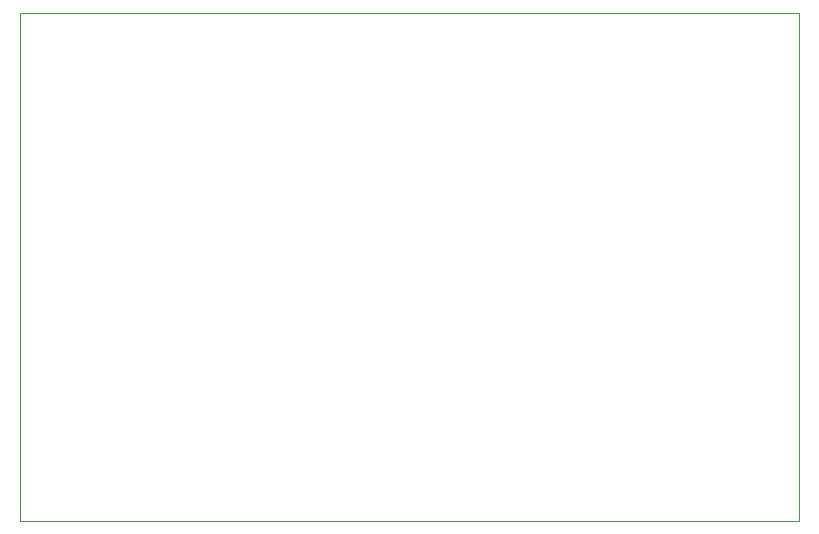
<source format=gbr>
%TF.GenerationSoftware,KiCad,Pcbnew,7.0.6*%
%TF.CreationDate,2023-12-30T19:56:00-05:00*%
%TF.ProjectId,Crystal,43727973-7461-46c2-9e6b-696361645f70,rev?*%
%TF.SameCoordinates,PX1312d00PY1312d00*%
%TF.FileFunction,Profile,NP*%
%FSLAX46Y46*%
G04 Gerber Fmt 4.6, Leading zero omitted, Abs format (unit mm)*
G04 Created by KiCad (PCBNEW 7.0.6) date 2023-12-30 19:56:00*
%MOMM*%
%LPD*%
G01*
G04 APERTURE LIST*
%TA.AperFunction,Profile*%
%ADD10C,0.050000*%
%TD*%
G04 APERTURE END LIST*
D10*
X66000000Y0D02*
X0Y0D01*
X0Y-43000000D02*
X66000000Y-43000000D01*
X66000000Y-43000000D02*
X66000000Y0D01*
X0Y-43000000D02*
X0Y0D01*
M02*

</source>
